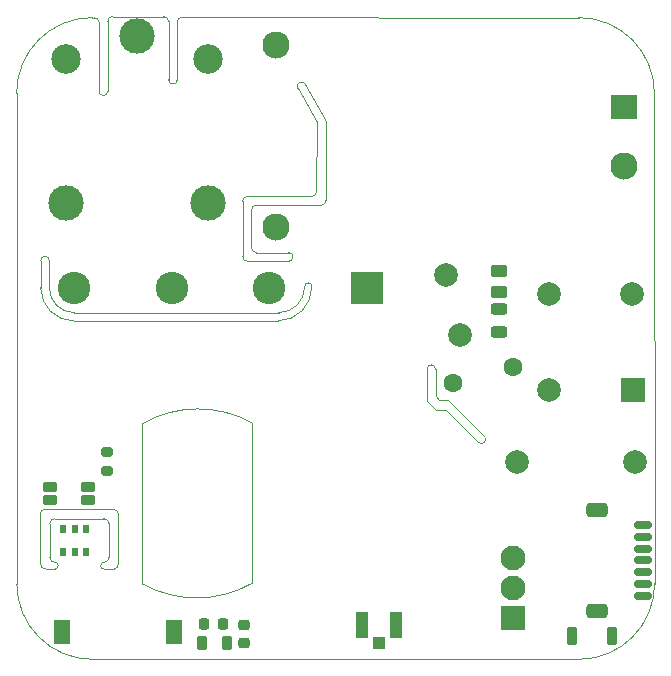
<source format=gbr>
%TF.GenerationSoftware,KiCad,Pcbnew,7.0.1*%
%TF.CreationDate,2023-04-03T11:39:16+02:00*%
%TF.ProjectId,smart_power_socket-54x54x1.6mm_3Cu,736d6172-745f-4706-9f77-65725f736f63,rev?*%
%TF.SameCoordinates,Original*%
%TF.FileFunction,Soldermask,Bot*%
%TF.FilePolarity,Negative*%
%FSLAX46Y46*%
G04 Gerber Fmt 4.6, Leading zero omitted, Abs format (unit mm)*
G04 Created by KiCad (PCBNEW 7.0.1) date 2023-04-03 11:39:16*
%MOMM*%
%LPD*%
G01*
G04 APERTURE LIST*
G04 Aperture macros list*
%AMRoundRect*
0 Rectangle with rounded corners*
0 $1 Rounding radius*
0 $2 $3 $4 $5 $6 $7 $8 $9 X,Y pos of 4 corners*
0 Add a 4 corners polygon primitive as box body*
4,1,4,$2,$3,$4,$5,$6,$7,$8,$9,$2,$3,0*
0 Add four circle primitives for the rounded corners*
1,1,$1+$1,$2,$3*
1,1,$1+$1,$4,$5*
1,1,$1+$1,$6,$7*
1,1,$1+$1,$8,$9*
0 Add four rect primitives between the rounded corners*
20,1,$1+$1,$2,$3,$4,$5,0*
20,1,$1+$1,$4,$5,$6,$7,0*
20,1,$1+$1,$6,$7,$8,$9,0*
20,1,$1+$1,$8,$9,$2,$3,0*%
G04 Aperture macros list end*
%ADD10RoundRect,0.243750X0.456250X-0.243750X0.456250X0.243750X-0.456250X0.243750X-0.456250X-0.243750X0*%
%ADD11RoundRect,0.225000X-0.225000X-0.250000X0.225000X-0.250000X0.225000X0.250000X-0.225000X0.250000X0*%
%ADD12R,1.400000X2.100000*%
%ADD13RoundRect,0.218750X-0.218750X-0.381250X0.218750X-0.381250X0.218750X0.381250X-0.218750X0.381250X0*%
%ADD14RoundRect,0.150000X0.625000X-0.150000X0.625000X0.150000X-0.625000X0.150000X-0.625000X-0.150000X0*%
%ADD15RoundRect,0.250000X0.650000X-0.350000X0.650000X0.350000X-0.650000X0.350000X-0.650000X-0.350000X0*%
%ADD16RoundRect,0.200000X-0.275000X0.200000X-0.275000X-0.200000X0.275000X-0.200000X0.275000X0.200000X0*%
%ADD17C,1.600000*%
%ADD18C,3.000000*%
%ADD19C,2.500000*%
%ADD20RoundRect,0.200000X-0.200000X-0.600000X0.200000X-0.600000X0.200000X0.600000X-0.200000X0.600000X0*%
%ADD21RoundRect,0.037100X0.227900X-0.317900X0.227900X0.317900X-0.227900X0.317900X-0.227900X-0.317900X0*%
%ADD22C,2.010000*%
%ADD23RoundRect,0.124800X0.475200X0.275200X-0.475200X0.275200X-0.475200X-0.275200X0.475200X-0.275200X0*%
%ADD24R,2.743200X2.743200*%
%ADD25C,2.743200*%
%ADD26R,2.000000X2.000000*%
%ADD27C,2.000000*%
%ADD28R,1.100000X2.250000*%
%ADD29R,1.050000X1.100000*%
%ADD30R,2.300000X2.000000*%
%ADD31C,2.300000*%
%ADD32R,2.100000X2.100000*%
%ADD33C,2.100000*%
%ADD34RoundRect,0.225000X0.250000X-0.225000X0.250000X0.225000X-0.250000X0.225000X-0.250000X-0.225000X0*%
%ADD35RoundRect,0.250000X0.450000X-0.262500X0.450000X0.262500X-0.450000X0.262500X-0.450000X-0.262500X0*%
%TA.AperFunction,Profile*%
%ADD36C,0.100000*%
%TD*%
G04 APERTURE END LIST*
D10*
%TO.C,HLD2*%
X154834924Y-96659500D03*
X154834924Y-94784500D03*
%TD*%
D11*
%TO.C,EC6*%
X129925000Y-121420000D03*
X131475000Y-121420000D03*
%TD*%
D12*
%TO.C,ANT1*%
X127400000Y-122130000D03*
X117900000Y-122130000D03*
%TD*%
D13*
%TO.C,EL1*%
X129757500Y-123030000D03*
X131882500Y-123030000D03*
%TD*%
D14*
%TO.C,J1*%
X167080000Y-119030000D03*
X167080000Y-118030000D03*
X167080000Y-117030000D03*
X167080000Y-116030000D03*
X167080000Y-115030000D03*
X167080000Y-114030000D03*
X167080000Y-113030000D03*
D15*
X163205000Y-120330000D03*
X163205000Y-111730000D03*
%TD*%
D16*
%TO.C,LR1*%
X121660000Y-106855000D03*
X121660000Y-108505000D03*
%TD*%
D17*
%TO.C,HLV1*%
X151019924Y-101002000D03*
X156019924Y-99702000D03*
%TD*%
D18*
%TO.C,Relay1*%
X124194924Y-71607000D03*
D19*
X130244924Y-73557000D03*
D18*
X130244924Y-85757000D03*
X118194924Y-85807000D03*
D19*
X118244924Y-73557000D03*
%TD*%
D20*
%TO.C,RST1*%
X161095000Y-122445000D03*
X164435000Y-122445000D03*
%TD*%
D21*
%TO.C,U4*%
X119940000Y-115320000D03*
X118940000Y-115320000D03*
X117940000Y-115320000D03*
X117940000Y-113350000D03*
X118940000Y-113350000D03*
X119940000Y-113350000D03*
%TD*%
D22*
%TO.C,PF1*%
X151579924Y-96952000D03*
X150379924Y-91852000D03*
%TD*%
D23*
%TO.C,LED1*%
X120040000Y-110950000D03*
X116860000Y-110960000D03*
X120040000Y-109810000D03*
X116850000Y-109840000D03*
%TD*%
D24*
%TO.C,J3*%
X143677924Y-92956000D03*
D25*
X135422924Y-92956000D03*
X127167924Y-92956000D03*
X118912924Y-92956000D03*
%TD*%
D26*
%TO.C,HLL2*%
X166205549Y-101650750D03*
D27*
X159138049Y-101578250D03*
X166135549Y-93522750D03*
X159088049Y-93445250D03*
%TD*%
D28*
%TO.C,J4*%
X146190000Y-121510000D03*
X143240000Y-121510000D03*
D29*
X144715000Y-123060000D03*
%TD*%
D30*
%TO.C,HiLink1*%
X165422424Y-77622000D03*
D31*
X165422424Y-82622000D03*
X136022424Y-72422000D03*
X136022424Y-87822000D03*
%TD*%
D32*
%TO.C,TEMPDS1*%
X156040000Y-120890000D03*
D33*
X156040000Y-118350000D03*
X156040000Y-115810000D03*
%TD*%
D34*
%TO.C,EC9*%
X133260000Y-123055000D03*
X133260000Y-121505000D03*
%TD*%
D35*
%TO.C,HLR1*%
X154854924Y-93334500D03*
X154854924Y-91509500D03*
%TD*%
D27*
%TO.C,HLC2*%
X156390000Y-107740000D03*
X166390000Y-107740000D03*
%TD*%
D36*
X116034099Y-112111772D02*
X116052969Y-116354114D01*
X116053012Y-116354114D02*
G75*
G03*
X116483456Y-116764113I410688J214D01*
G01*
X122643533Y-112108968D02*
G75*
G03*
X122213106Y-111698969I-410133J368D01*
G01*
X133166963Y-90296963D02*
X133169024Y-85632061D01*
X149514022Y-102110000D02*
X149514022Y-99850000D01*
X133983518Y-104398103D02*
X133983518Y-117967975D01*
X138475031Y-75704054D02*
G75*
G03*
X137833206Y-76074610I-320931J-185246D01*
G01*
X121850193Y-112910000D02*
G75*
G03*
X121419756Y-112500002I-410293J200D01*
G01*
X118920000Y-95070000D02*
X136210000Y-95070000D01*
X133580000Y-90710000D02*
X137060000Y-90710871D01*
X114049965Y-118009947D02*
X114031486Y-76477000D01*
X139031575Y-92830000D02*
G75*
G03*
X138428425Y-92830000I-301575J0D01*
G01*
X124690000Y-104455063D02*
X124690000Y-118024935D01*
X117263698Y-112493958D02*
X121419756Y-112500001D01*
X116810000Y-92960000D02*
X116810000Y-90660000D01*
X116843168Y-115784446D02*
G75*
G03*
X117273699Y-116194445I410532J46D01*
G01*
X128063037Y-70017000D02*
G75*
G03*
X127650000Y-70430000I-37J-413000D01*
G01*
X153640000Y-105505978D02*
X151100000Y-102965978D01*
X122240273Y-116774315D02*
X121440275Y-116774758D01*
X133983533Y-104398077D02*
G75*
G03*
X124690000Y-104455064I-4596133J-8285823D01*
G01*
X150395978Y-103310000D02*
X153115978Y-106030000D01*
X137060000Y-90710809D02*
G75*
G03*
X137060000Y-89969791I0J370509D01*
G01*
X139007938Y-85220975D02*
G75*
G03*
X139420975Y-84807938I-38J413075D01*
G01*
X117273699Y-116768755D02*
G75*
G03*
X117273699Y-116194445I1J287155D01*
G01*
X150560000Y-102425978D02*
X149830000Y-102425978D01*
X134332062Y-85960000D02*
X139817938Y-85960975D01*
X126898920Y-75336963D02*
G75*
G03*
X127640000Y-75336963I370540J0D01*
G01*
X134332062Y-89980000D02*
X137060000Y-89969791D01*
X140230000Y-78840000D02*
X138475001Y-75704071D01*
X133582061Y-85219024D02*
G75*
G03*
X133169024Y-85632061I39J-413076D01*
G01*
X133919025Y-89566963D02*
X133919025Y-86373037D01*
X116810000Y-90660000D02*
G75*
G03*
X116068920Y-90660000I-370540J0D01*
G01*
X126903000Y-70403037D02*
G75*
G03*
X126490000Y-69990000I-413000J37D01*
G01*
X149514022Y-99850000D02*
G75*
G03*
X148772942Y-99850000I-370540J0D01*
G01*
X139420975Y-84807938D02*
X139440000Y-78900000D01*
X168031605Y-76476965D02*
G75*
G03*
X161631486Y-70076895I-6400005J65D01*
G01*
X139440000Y-78900000D02*
X137833206Y-76074610D01*
X120431556Y-70076930D02*
X120597938Y-70076930D01*
X136170000Y-95760833D02*
G75*
G03*
X139031574Y-92830000I-23700J2885533D01*
G01*
X122240273Y-116774368D02*
G75*
G03*
X122650272Y-116343828I127J410368D01*
G01*
X126490000Y-69990000D02*
X122160000Y-69990000D01*
X127650000Y-70430000D02*
X127640000Y-75336963D01*
X116810000Y-92960000D02*
G75*
G03*
X118920000Y-95070000I2110000J0D01*
G01*
X168050035Y-118009912D02*
X168031556Y-76476965D01*
X133167000Y-90296963D02*
G75*
G03*
X133580000Y-90710000I413000J-37D01*
G01*
X122649754Y-116343828D02*
X122643593Y-112108968D01*
X118880000Y-95760871D02*
X136170000Y-95760871D01*
X122160000Y-69989963D02*
G75*
G03*
X121746963Y-70403037I0J-413037D01*
G01*
X140230975Y-85547938D02*
X140230000Y-78840000D01*
X150395978Y-103310000D02*
X149520000Y-103307058D01*
X120431556Y-70076886D02*
G75*
G03*
X114031486Y-76477000I44J-6400114D01*
G01*
X116483456Y-116764113D02*
X117273699Y-116768716D01*
X148772942Y-102560000D02*
X149520000Y-103307058D01*
X128063037Y-70016963D02*
X161631486Y-70076895D01*
X116843212Y-115784446D02*
X116853699Y-112924445D01*
X136210000Y-95070029D02*
G75*
G03*
X138428425Y-92830000I0J2218529D01*
G01*
X117263698Y-112494005D02*
G75*
G03*
X116853700Y-112924445I-198J-410295D01*
G01*
X121005883Y-76300000D02*
G75*
G03*
X121746963Y-76300000I370540J0D01*
G01*
X151100000Y-102965978D02*
X150560000Y-102425978D01*
X133919100Y-89566963D02*
G75*
G03*
X134332062Y-89980000I413000J-37D01*
G01*
X134332062Y-85960025D02*
G75*
G03*
X133919025Y-86373037I-62J-412975D01*
G01*
X120450035Y-124410017D02*
X161649965Y-124409982D01*
X121440275Y-116200442D02*
G75*
G03*
X121440275Y-116774758I25J-287158D01*
G01*
X139007938Y-85220975D02*
X133582061Y-85219024D01*
X149830000Y-102425978D02*
X149514022Y-102110000D01*
X122213106Y-111698969D02*
X116444098Y-111681285D01*
X116444098Y-111681308D02*
G75*
G03*
X116034099Y-112111772I-98J-410392D01*
G01*
X121849756Y-115770000D02*
X121850243Y-112910000D01*
X148772942Y-99850000D02*
X148772942Y-102560000D01*
X121010975Y-70489967D02*
X121005883Y-76300000D01*
X121010970Y-70489967D02*
G75*
G03*
X120597938Y-70076930I-413070J-33D01*
G01*
X126903037Y-70403037D02*
X126898920Y-75336963D01*
X124690024Y-118024892D02*
G75*
G03*
X133983518Y-117967974I4596176J8285692D01*
G01*
X116069129Y-92950000D02*
X116068920Y-90660000D01*
X116069129Y-92950000D02*
G75*
G03*
X118880000Y-95760871I2810871J0D01*
G01*
X114049983Y-118009947D02*
G75*
G03*
X120450035Y-124410017I6400217J147D01*
G01*
X139817938Y-85960975D02*
G75*
G03*
X140230975Y-85547938I-38J413075D01*
G01*
X161649965Y-124410035D02*
G75*
G03*
X168050035Y-118009912I-65J6400135D01*
G01*
X121440275Y-116200461D02*
G75*
G03*
X121850273Y-115770000I25J410461D01*
G01*
X153115978Y-106030000D02*
G75*
G03*
X153640000Y-105505978I262011J262011D01*
G01*
X121746963Y-70403037D02*
X121746963Y-76300000D01*
M02*

</source>
